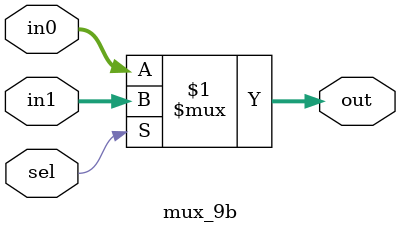
<source format=v>
module mux_9b (in0, in1, sel, out);
	
	input [8:0] in0, in1;
	input sel;
	output [8:0] out;

assign out = (sel) ? in1 : in0;

endmodule

</source>
